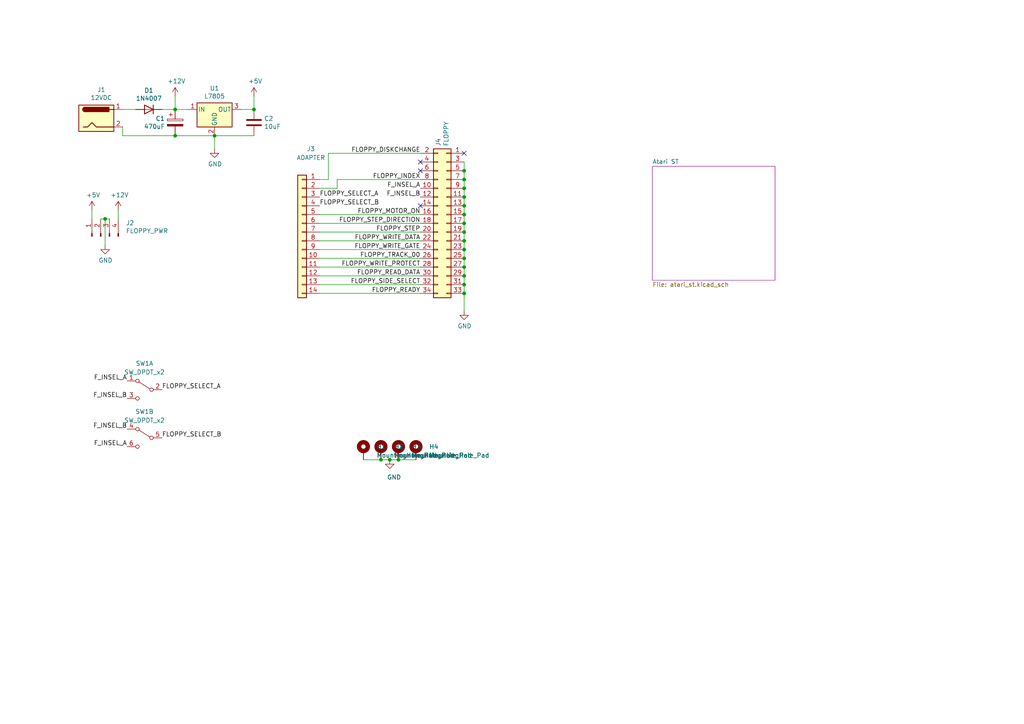
<source format=kicad_sch>
(kicad_sch (version 20201015) (generator eeschema)
  (paper "A4")
  (lib_symbols
    (symbol "Connector:Conn_01x04_Male" (pin_names (offset 1.016) hide)
      (property "Reference" "J" (at 0 5.08 0))
      (property "Value" "Conn_01x04_Male" (at 0 -7.62 0))
      (symbol "Conn_01x04_Male_1_1"
        (rectangle (start 0.8636 -4.953) (end 0 -5.207) (stroke (width 0.1524)) (fill (type outline)))
        (rectangle (start 0.8636 -2.413) (end 0 -2.667) (stroke (width 0.1524)) (fill (type outline)))
        (rectangle (start 0.8636 0.127) (end 0 -0.127) (stroke (width 0.1524)) (fill (type outline)))
        (rectangle (start 0.8636 2.667) (end 0 2.413) (stroke (width 0.1524)) (fill (type outline)))
        (polyline (pts (xy 1.27 -5.08) (xy 0.8636 -5.08)) (stroke (width 0.1524)))
        (polyline (pts (xy 1.27 -2.54) (xy 0.8636 -2.54)) (stroke (width 0.1524)))
        (polyline (pts (xy 1.27 0) (xy 0.8636 0)) (stroke (width 0.1524)))
        (polyline (pts (xy 1.27 2.54) (xy 0.8636 2.54)) (stroke (width 0.1524)))
        (pin passive line (at 5.08 2.54 180) (length 3.81) (name "Pin_1") (number "1"))
        (pin passive line (at 5.08 0 180) (length 3.81) (name "Pin_2") (number "2"))
        (pin passive line (at 5.08 -2.54 180) (length 3.81) (name "Pin_3") (number "3"))
        (pin passive line (at 5.08 -5.08 180) (length 3.81) (name "Pin_4") (number "4"))
      )
    )
    (symbol "Connector:Jack-DC" (pin_names (offset 1.016))
      (property "Reference" "J" (at 0 5.334 0))
      (property "Value" "Jack-DC" (at 0 -5.08 0))
      (symbol "Jack-DC_0_1"
        (arc (start -3.302 3.175) (end -3.302 1.905) (radius (at -3.302 2.54) (length 0.635) (angles 90.1 -90.1)) (stroke (width 0.254)) (fill (type outline)))
        (arc (start -3.302 3.175) (end -3.302 1.905) (radius (at -3.302 2.54) (length 0.635) (angles 90.1 -90.1)) (stroke (width 0.254)))
        (rectangle (start -5.08 3.81) (end 5.08 -3.81) (stroke (width 0.254)) (fill (type background)))
        (rectangle (start 3.683 3.175) (end -3.302 1.905) (stroke (width 0.254)) (fill (type outline)))
        (polyline (pts (xy 5.08 2.54) (xy 3.81 2.54)) (stroke (width 0.254)))
        (polyline (pts (xy -3.81 -2.54) (xy -2.54 -2.54) (xy -1.27 -1.27) (xy 0 -2.54) (xy 2.54 -2.54) (xy 5.08 -2.54)) (stroke (width 0.254)))
      )
      (symbol "Jack-DC_1_1"
        (pin passive line (at 7.62 2.54 180) (length 2.54) (name "~") (number "1"))
        (pin passive line (at 7.62 -2.54 180) (length 2.54) (name "~") (number "2"))
      )
    )
    (symbol "Connector_Generic:Conn_01x14" (pin_names (offset 1.016) hide)
      (property "Reference" "J" (at 0 17.78 0))
      (property "Value" "Conn_01x14" (at 0 -20.32 0))
      (symbol "Conn_01x14_1_1"
        (rectangle (start -1.27 -4.953) (end 0 -5.207) (stroke (width 0.1524)))
        (rectangle (start -1.27 -7.493) (end 0 -7.747) (stroke (width 0.1524)))
        (rectangle (start -1.27 -10.033) (end 0 -10.287) (stroke (width 0.1524)))
        (rectangle (start -1.27 -12.573) (end 0 -12.827) (stroke (width 0.1524)))
        (rectangle (start -1.27 -15.113) (end 0 -15.367) (stroke (width 0.1524)))
        (rectangle (start -1.27 -17.653) (end 0 -17.907) (stroke (width 0.1524)))
        (rectangle (start -1.27 -2.413) (end 0 -2.667) (stroke (width 0.1524)))
        (rectangle (start -1.27 2.667) (end 0 2.413) (stroke (width 0.1524)))
        (rectangle (start -1.27 5.207) (end 0 4.953) (stroke (width 0.1524)))
        (rectangle (start -1.27 7.747) (end 0 7.493) (stroke (width 0.1524)))
        (rectangle (start -1.27 10.287) (end 0 10.033) (stroke (width 0.1524)))
        (rectangle (start -1.27 0.127) (end 0 -0.127) (stroke (width 0.1524)))
        (rectangle (start -1.27 12.827) (end 0 12.573) (stroke (width 0.1524)))
        (rectangle (start -1.27 15.367) (end 0 15.113) (stroke (width 0.1524)))
        (rectangle (start -1.27 16.51) (end 1.27 -19.05) (stroke (width 0.254)) (fill (type background)))
        (pin passive line (at -5.08 15.24 0) (length 3.81) (name "Pin_1") (number "1"))
        (pin passive line (at -5.08 -7.62 0) (length 3.81) (name "Pin_10") (number "10"))
        (pin passive line (at -5.08 -10.16 0) (length 3.81) (name "Pin_11") (number "11"))
        (pin passive line (at -5.08 -12.7 0) (length 3.81) (name "Pin_12") (number "12"))
        (pin passive line (at -5.08 -15.24 0) (length 3.81) (name "Pin_13") (number "13"))
        (pin passive line (at -5.08 -17.78 0) (length 3.81) (name "Pin_14") (number "14"))
        (pin passive line (at -5.08 12.7 0) (length 3.81) (name "Pin_2") (number "2"))
        (pin passive line (at -5.08 10.16 0) (length 3.81) (name "Pin_3") (number "3"))
        (pin passive line (at -5.08 7.62 0) (length 3.81) (name "Pin_4") (number "4"))
        (pin passive line (at -5.08 5.08 0) (length 3.81) (name "Pin_5") (number "5"))
        (pin passive line (at -5.08 2.54 0) (length 3.81) (name "Pin_6") (number "6"))
        (pin passive line (at -5.08 0 0) (length 3.81) (name "Pin_7") (number "7"))
        (pin passive line (at -5.08 -2.54 0) (length 3.81) (name "Pin_8") (number "8"))
        (pin passive line (at -5.08 -5.08 0) (length 3.81) (name "Pin_9") (number "9"))
      )
    )
    (symbol "Connector_Generic:Conn_02x17_Odd_Even" (pin_names (offset 1.016) hide)
      (property "Reference" "J" (at 1.27 22.86 0))
      (property "Value" "Conn_02x17_Odd_Even" (at 1.27 -22.86 0))
      (symbol "Conn_02x17_Odd_Even_1_1"
        (rectangle (start -1.27 -4.953) (end 0 -5.207) (stroke (width 0.1524)))
        (rectangle (start -1.27 -7.493) (end 0 -7.747) (stroke (width 0.1524)))
        (rectangle (start -1.27 -10.033) (end 0 -10.287) (stroke (width 0.1524)))
        (rectangle (start -1.27 -12.573) (end 0 -12.827) (stroke (width 0.1524)))
        (rectangle (start -1.27 -15.113) (end 0 -15.367) (stroke (width 0.1524)))
        (rectangle (start -1.27 -17.653) (end 0 -17.907) (stroke (width 0.1524)))
        (rectangle (start -1.27 -20.193) (end 0 -20.447) (stroke (width 0.1524)))
        (rectangle (start -1.27 -2.413) (end 0 -2.667) (stroke (width 0.1524)))
        (rectangle (start -1.27 2.667) (end 0 2.413) (stroke (width 0.1524)))
        (rectangle (start -1.27 5.207) (end 0 4.953) (stroke (width 0.1524)))
        (rectangle (start -1.27 7.747) (end 0 7.493) (stroke (width 0.1524)))
        (rectangle (start -1.27 10.287) (end 0 10.033) (stroke (width 0.1524)))
        (rectangle (start -1.27 0.127) (end 0 -0.127) (stroke (width 0.1524)))
        (rectangle (start -1.27 12.827) (end 0 12.573) (stroke (width 0.1524)))
        (rectangle (start -1.27 15.367) (end 0 15.113) (stroke (width 0.1524)))
        (rectangle (start -1.27 17.907) (end 0 17.653) (stroke (width 0.1524)))
        (rectangle (start -1.27 20.447) (end 0 20.193) (stroke (width 0.1524)))
        (rectangle (start -1.27 21.59) (end 3.81 -21.59) (stroke (width 0.254)) (fill (type background)))
        (rectangle (start 3.81 -4.953) (end 2.54 -5.207) (stroke (width 0.1524)))
        (rectangle (start 3.81 -7.493) (end 2.54 -7.747) (stroke (width 0.1524)))
        (rectangle (start 3.81 -10.033) (end 2.54 -10.287) (stroke (width 0.1524)))
        (rectangle (start 3.81 -12.573) (end 2.54 -12.827) (stroke (width 0.1524)))
        (rectangle (start 3.81 -15.113) (end 2.54 -15.367) (stroke (width 0.1524)))
        (rectangle (start 3.81 -17.653) (end 2.54 -17.907) (stroke (width 0.1524)))
        (rectangle (start 3.81 -20.193) (end 2.54 -20.447) (stroke (width 0.1524)))
        (rectangle (start 3.81 -2.413) (end 2.54 -2.667) (stroke (width 0.1524)))
        (rectangle (start 3.81 2.667) (end 2.54 2.413) (stroke (width 0.1524)))
        (rectangle (start 3.81 5.207) (end 2.54 4.953) (stroke (width 0.1524)))
        (rectangle (start 3.81 7.747) (end 2.54 7.493) (stroke (width 0.1524)))
        (rectangle (start 3.81 10.287) (end 2.54 10.033) (stroke (width 0.1524)))
        (rectangle (start 3.81 0.127) (end 2.54 -0.127) (stroke (width 0.1524)))
        (rectangle (start 3.81 12.827) (end 2.54 12.573) (stroke (width 0.1524)))
        (rectangle (start 3.81 15.367) (end 2.54 15.113) (stroke (width 0.1524)))
        (rectangle (start 3.81 17.907) (end 2.54 17.653) (stroke (width 0.1524)))
        (rectangle (start 3.81 20.447) (end 2.54 20.193) (stroke (width 0.1524)))
        (pin passive line (at -5.08 20.32 0) (length 3.81) (name "Pin_1") (number "1"))
        (pin passive line (at 7.62 10.16 180) (length 3.81) (name "Pin_10") (number "10"))
        (pin passive line (at -5.08 7.62 0) (length 3.81) (name "Pin_11") (number "11"))
        (pin passive line (at 7.62 7.62 180) (length 3.81) (name "Pin_12") (number "12"))
        (pin passive line (at -5.08 5.08 0) (length 3.81) (name "Pin_13") (number "13"))
        (pin passive line (at 7.62 5.08 180) (length 3.81) (name "Pin_14") (number "14"))
        (pin passive line (at -5.08 2.54 0) (length 3.81) (name "Pin_15") (number "15"))
        (pin passive line (at 7.62 2.54 180) (length 3.81) (name "Pin_16") (number "16"))
        (pin passive line (at -5.08 0 0) (length 3.81) (name "Pin_17") (number "17"))
        (pin passive line (at 7.62 0 180) (length 3.81) (name "Pin_18") (number "18"))
        (pin passive line (at -5.08 -2.54 0) (length 3.81) (name "Pin_19") (number "19"))
        (pin passive line (at 7.62 20.32 180) (length 3.81) (name "Pin_2") (number "2"))
        (pin passive line (at 7.62 -2.54 180) (length 3.81) (name "Pin_20") (number "20"))
        (pin passive line (at -5.08 -5.08 0) (length 3.81) (name "Pin_21") (number "21"))
        (pin passive line (at 7.62 -5.08 180) (length 3.81) (name "Pin_22") (number "22"))
        (pin passive line (at -5.08 -7.62 0) (length 3.81) (name "Pin_23") (number "23"))
        (pin passive line (at 7.62 -7.62 180) (length 3.81) (name "Pin_24") (number "24"))
        (pin passive line (at -5.08 -10.16 0) (length 3.81) (name "Pin_25") (number "25"))
        (pin passive line (at 7.62 -10.16 180) (length 3.81) (name "Pin_26") (number "26"))
        (pin passive line (at -5.08 -12.7 0) (length 3.81) (name "Pin_27") (number "27"))
        (pin passive line (at 7.62 -12.7 180) (length 3.81) (name "Pin_28") (number "28"))
        (pin passive line (at -5.08 -15.24 0) (length 3.81) (name "Pin_29") (number "29"))
        (pin passive line (at -5.08 17.78 0) (length 3.81) (name "Pin_3") (number "3"))
        (pin passive line (at 7.62 -15.24 180) (length 3.81) (name "Pin_30") (number "30"))
        (pin passive line (at -5.08 -17.78 0) (length 3.81) (name "Pin_31") (number "31"))
        (pin passive line (at 7.62 -17.78 180) (length 3.81) (name "Pin_32") (number "32"))
        (pin passive line (at -5.08 -20.32 0) (length 3.81) (name "Pin_33") (number "33"))
        (pin passive line (at 7.62 -20.32 180) (length 3.81) (name "Pin_34") (number "34"))
        (pin passive line (at 7.62 17.78 180) (length 3.81) (name "Pin_4") (number "4"))
        (pin passive line (at -5.08 15.24 0) (length 3.81) (name "Pin_5") (number "5"))
        (pin passive line (at 7.62 15.24 180) (length 3.81) (name "Pin_6") (number "6"))
        (pin passive line (at -5.08 12.7 0) (length 3.81) (name "Pin_7") (number "7"))
        (pin passive line (at 7.62 12.7 180) (length 3.81) (name "Pin_8") (number "8"))
        (pin passive line (at -5.08 10.16 0) (length 3.81) (name "Pin_9") (number "9"))
      )
    )
    (symbol "Device:C" (pin_numbers hide) (pin_names (offset 0.254))
      (property "Reference" "C" (at 0.635 2.54 0))
      (property "Value" "C" (at 0.635 -2.54 0))
      (symbol "C_0_1"
        (polyline (pts (xy -2.032 -0.762) (xy 2.032 -0.762)) (stroke (width 0.508)))
        (polyline (pts (xy -2.032 0.762) (xy 2.032 0.762)) (stroke (width 0.508)))
      )
      (symbol "C_1_1"
        (pin passive line (at 0 3.81 270) (length 2.794) (name "~") (number "1"))
        (pin passive line (at 0 -3.81 90) (length 2.794) (name "~") (number "2"))
      )
    )
    (symbol "Device:C_Polarized" (pin_numbers hide) (pin_names (offset 0.254))
      (property "Reference" "C" (at 0.635 2.54 0))
      (property "Value" "C_Polarized" (at 0.635 -2.54 0))
      (symbol "C_Polarized_0_1"
        (rectangle (start -2.286 0.508) (end 2.286 1.016))
        (rectangle (start 2.286 -0.508) (end -2.286 -1.016) (fill (type outline)))
        (polyline (pts (xy -1.778 2.286) (xy -0.762 2.286)))
        (polyline (pts (xy -1.27 2.794) (xy -1.27 1.778)))
      )
      (symbol "C_Polarized_1_1"
        (pin passive line (at 0 3.81 270) (length 2.794) (name "~") (number "1"))
        (pin passive line (at 0 -3.81 90) (length 2.794) (name "~") (number "2"))
      )
    )
    (symbol "Device:D" (pin_numbers hide) (pin_names (offset 1.016) hide)
      (property "Reference" "D" (at 0 2.54 0))
      (property "Value" "D" (at 0 -2.54 0))
      (symbol "D_0_1"
        (polyline (pts (xy -1.27 1.27) (xy -1.27 -1.27)) (stroke (width 0.254)))
        (polyline (pts (xy 1.27 0) (xy -1.27 0)))
        (polyline (pts (xy 1.27 1.27) (xy 1.27 -1.27) (xy -1.27 0) (xy 1.27 1.27)) (stroke (width 0.254)))
      )
      (symbol "D_1_1"
        (pin passive line (at -3.81 0 0) (length 2.54) (name "K") (number "1"))
        (pin passive line (at 3.81 0 180) (length 2.54) (name "A") (number "2"))
      )
    )
    (symbol "Mechanical:MountingHole_Pad" (pin_numbers hide) (pin_names (offset 1.016) hide)
      (property "Reference" "H" (at 0 6.35 0))
      (property "Value" "MountingHole_Pad" (at 0 4.445 0))
      (symbol "MountingHole_Pad_0_1"
        (circle (center 0 1.27) (radius 1.27) (stroke (width 1.27)))
      )
      (symbol "MountingHole_Pad_1_1"
        (pin input line (at 0 -2.54 90) (length 2.54) (name "1") (number "1"))
      )
    )
    (symbol "Regulator_Linear:L7812" (pin_names (offset 0.254))
      (property "Reference" "U" (at -3.81 3.175 0))
      (property "Value" "L7812" (at 0 3.175 0))
      (symbol "L7812_0_1"
        (rectangle (start -5.08 1.905) (end 5.08 -5.08) (stroke (width 0.254)) (fill (type background)))
      )
      (symbol "L7812_1_1"
        (pin power_in line (at -7.62 0 0) (length 2.54) (name "IN") (number "1"))
        (pin power_in line (at 0 -7.62 90) (length 2.54) (name "GND") (number "2"))
        (pin power_out line (at 7.62 0 180) (length 2.54) (name "OUT") (number "3"))
      )
    )
    (symbol "Switch:SW_DPDT_x2" (pin_names (offset 0) hide)
      (property "Reference" "SW" (at 0 4.318 0))
      (property "Value" "SW_DPDT_x2" (at 0 -5.08 0))
      (symbol "SW_DPDT_x2_0_0"
        (circle (center -2.032 0) (radius 0.508))
        (circle (center 2.032 -2.54) (radius 0.508))
      )
      (symbol "SW_DPDT_x2_0_1"
        (circle (center 2.032 2.54) (radius 0.508))
        (polyline (pts (xy -1.524 0.254) (xy 1.651 2.286)))
      )
      (symbol "SW_DPDT_x2_1_1"
        (pin passive line (at 5.08 2.54 180) (length 2.54) (name "A") (number "1"))
        (pin passive line (at -5.08 0 0) (length 2.54) (name "B") (number "2"))
        (pin passive line (at 5.08 -2.54 180) (length 2.54) (name "C") (number "3"))
      )
      (symbol "SW_DPDT_x2_2_1"
        (pin passive line (at 5.08 2.54 180) (length 2.54) (name "A") (number "4"))
        (pin passive line (at -5.08 0 0) (length 2.54) (name "B") (number "5"))
        (pin passive line (at 5.08 -2.54 180) (length 2.54) (name "C") (number "6"))
      )
    )
    (symbol "power:+12V" (power) (pin_names (offset 0))
      (property "Value" "+12V" (at 0 3.556 0))
      (symbol "+12V_0_1"
        (polyline (pts (xy -0.762 1.27) (xy 0 2.54)))
        (polyline (pts (xy 0 0) (xy 0 2.54)))
        (polyline (pts (xy 0 2.54) (xy 0.762 1.27)))
      )
      (symbol "+12V_1_1"
        (pin power_in line (at 0 0 90) (length 0) hide (name "+12V") (number "1"))
      )
    )
    (symbol "power:+5V" (power) (pin_names (offset 0))
      (property "Value" "+5V" (at 0 3.556 0))
      (symbol "+5V_0_1"
        (polyline (pts (xy -0.762 1.27) (xy 0 2.54)))
        (polyline (pts (xy 0 0) (xy 0 2.54)))
        (polyline (pts (xy 0 2.54) (xy 0.762 1.27)))
      )
      (symbol "+5V_1_1"
        (pin power_in line (at 0 0 90) (length 0) hide (name "+5V") (number "1"))
      )
    )
    (symbol "power:GND" (power) (pin_names (offset 0))
      (property "Value" "GND" (at 0 -3.81 0))
      (symbol "GND_0_1"
        (polyline (pts (xy 0 0) (xy 0 -1.27) (xy 1.27 -1.27) (xy 0 -2.54) (xy -1.27 -1.27) (xy 0 -1.27)))
      )
      (symbol "GND_1_1"
        (pin power_in line (at 0 0 270) (length 0) hide (name "GND") (number "1"))
      )
    )
  )
  (junction (at 30.48 63.5) (diameter 0.9144))
  (junction (at 50.8 31.75) (diameter 0.9144))
  (junction (at 50.8 39.37) (diameter 0.9144))
  (junction (at 62.23 39.37) (diameter 0.9144))
  (junction (at 73.66 31.75) (diameter 0.9144))
  (junction (at 110.49 133.35) (diameter 0.9144))
  (junction (at 113.03 133.35) (diameter 0.9144))
  (junction (at 115.57 133.35) (diameter 0.9144))
  (junction (at 134.62 49.53) (diameter 0.9144))
  (junction (at 134.62 52.07) (diameter 0.9144))
  (junction (at 134.62 54.61) (diameter 0.9144))
  (junction (at 134.62 57.15) (diameter 0.9144))
  (junction (at 134.62 59.69) (diameter 0.9144))
  (junction (at 134.62 62.23) (diameter 0.9144))
  (junction (at 134.62 64.77) (diameter 0.9144))
  (junction (at 134.62 67.31) (diameter 0.9144))
  (junction (at 134.62 69.85) (diameter 0.9144))
  (junction (at 134.62 72.39) (diameter 0.9144))
  (junction (at 134.62 74.93) (diameter 0.9144))
  (junction (at 134.62 77.47) (diameter 0.9144))
  (junction (at 134.62 80.01) (diameter 0.9144))
  (junction (at 134.62 82.55) (diameter 0.9144))
  (junction (at 134.62 85.09) (diameter 0.9144))
  (no_connect (at 121.92 46.99))
  (no_connect (at 121.92 49.53))
  (no_connect (at 121.92 59.69))
  (no_connect (at 134.62 44.45))
  (wire (pts (xy 26.67 63.5) (xy 26.67 60.96)))
  (wire (pts (xy 30.48 63.5) (xy 29.21 63.5)))
  (wire (pts (xy 30.48 63.5) (xy 30.48 71.12)))
  (wire (pts (xy 31.75 63.5) (xy 30.48 63.5)))
  (wire (pts (xy 34.29 63.5) (xy 34.29 60.96)))
  (wire (pts (xy 35.56 31.75) (xy 39.37 31.75)))
  (wire (pts (xy 35.56 39.37) (xy 35.56 36.83)))
  (wire (pts (xy 35.56 39.37) (xy 50.8 39.37)))
  (wire (pts (xy 46.99 31.75) (xy 50.8 31.75)))
  (wire (pts (xy 50.8 31.75) (xy 50.8 27.94)))
  (wire (pts (xy 50.8 31.75) (xy 54.61 31.75)))
  (wire (pts (xy 50.8 39.37) (xy 62.23 39.37)))
  (wire (pts (xy 62.23 39.37) (xy 62.23 43.18)))
  (wire (pts (xy 73.66 27.94) (xy 73.66 31.75)))
  (wire (pts (xy 73.66 31.75) (xy 69.85 31.75)))
  (wire (pts (xy 73.66 39.37) (xy 62.23 39.37)))
  (wire (pts (xy 92.71 69.85) (xy 121.92 69.85)))
  (wire (pts (xy 92.71 74.93) (xy 121.92 74.93)))
  (wire (pts (xy 92.71 80.01) (xy 121.92 80.01)))
  (wire (pts (xy 95.25 44.45) (xy 95.25 52.07)))
  (wire (pts (xy 95.25 52.07) (xy 92.71 52.07)))
  (wire (pts (xy 97.79 52.07) (xy 97.79 54.61)))
  (wire (pts (xy 97.79 54.61) (xy 92.71 54.61)))
  (wire (pts (xy 105.41 133.35) (xy 110.49 133.35)))
  (wire (pts (xy 110.49 133.35) (xy 113.03 133.35)))
  (wire (pts (xy 113.03 133.35) (xy 115.57 133.35)))
  (wire (pts (xy 115.57 133.35) (xy 120.65 133.35)))
  (wire (pts (xy 121.92 44.45) (xy 95.25 44.45)))
  (wire (pts (xy 121.92 52.07) (xy 97.79 52.07)))
  (wire (pts (xy 121.92 62.23) (xy 92.71 62.23)))
  (wire (pts (xy 121.92 64.77) (xy 92.71 64.77)))
  (wire (pts (xy 121.92 67.31) (xy 92.71 67.31)))
  (wire (pts (xy 121.92 72.39) (xy 92.71 72.39)))
  (wire (pts (xy 121.92 77.47) (xy 92.71 77.47)))
  (wire (pts (xy 121.92 82.55) (xy 92.71 82.55)))
  (wire (pts (xy 121.92 85.09) (xy 92.71 85.09)))
  (wire (pts (xy 134.62 49.53) (xy 134.62 46.99)))
  (wire (pts (xy 134.62 52.07) (xy 134.62 49.53)))
  (wire (pts (xy 134.62 54.61) (xy 134.62 52.07)))
  (wire (pts (xy 134.62 57.15) (xy 134.62 54.61)))
  (wire (pts (xy 134.62 59.69) (xy 134.62 57.15)))
  (wire (pts (xy 134.62 62.23) (xy 134.62 59.69)))
  (wire (pts (xy 134.62 64.77) (xy 134.62 62.23)))
  (wire (pts (xy 134.62 67.31) (xy 134.62 64.77)))
  (wire (pts (xy 134.62 69.85) (xy 134.62 67.31)))
  (wire (pts (xy 134.62 72.39) (xy 134.62 69.85)))
  (wire (pts (xy 134.62 74.93) (xy 134.62 72.39)))
  (wire (pts (xy 134.62 77.47) (xy 134.62 74.93)))
  (wire (pts (xy 134.62 80.01) (xy 134.62 77.47)))
  (wire (pts (xy 134.62 82.55) (xy 134.62 80.01)))
  (wire (pts (xy 134.62 85.09) (xy 134.62 82.55)))
  (wire (pts (xy 134.62 90.17) (xy 134.62 85.09)))
  (label "F_INSEL_A" (at 36.83 110.49 180))
  (label "F_INSEL_B" (at 36.83 115.57 180))
  (label "F_INSEL_B" (at 36.83 124.46 180))
  (label "F_INSEL_A" (at 36.83 129.54 180))
  (label "FLOPPY_SELECT_A" (at 46.99 113.03 0))
  (label "FLOPPY_SELECT_B" (at 46.99 127 0))
  (label "FLOPPY_SELECT_A" (at 92.71 57.15 0))
  (label "FLOPPY_SELECT_B" (at 92.71 59.69 0))
  (label "FLOPPY_DISKCHANGE" (at 121.92 44.45 180))
  (label "FLOPPY_INDEX" (at 121.92 52.07 180))
  (label "F_INSEL_A" (at 121.92 54.61 180))
  (label "F_INSEL_B" (at 121.92 57.15 180))
  (label "FLOPPY_MOTOR_ON" (at 121.92 62.23 180))
  (label "FLOPPY_STEP_DIRECTION" (at 121.92 64.77 180))
  (label "FLOPPY_STEP" (at 121.92 67.31 180))
  (label "FLOPPY_WRITE_DATA" (at 121.92 69.85 180))
  (label "FLOPPY_WRITE_GATE" (at 121.92 72.39 180))
  (label "FLOPPY_TRACK_00" (at 121.92 74.93 180))
  (label "FLOPPY_WRITE_PROTECT" (at 121.92 77.47 180))
  (label "FLOPPY_READ_DATA" (at 121.92 80.01 180))
  (label "FLOPPY_SIDE_SELECT" (at 121.92 82.55 180))
  (label "FLOPPY_READY" (at 121.92 85.09 180))
  (symbol (lib_id "power:+5V") (at 26.67 60.96 0) (unit 1)
    (property "Reference" "#PWR01" (effects hide))
    (property "Value" "+5V" (at 27.051 56.5658 0))
  )
  (symbol (lib_id "power:+12V") (at 34.29 60.96 0) (unit 1)
    (property "Reference" "#PWR03" (effects hide))
    (property "Value" "+12V" (at 34.671 56.5658 0))
  )
  (symbol (lib_id "power:+12V") (at 50.8 27.94 0) (unit 1)
    (property "Reference" "#PWR04" (effects hide))
    (property "Value" "+12V" (at 51.181 23.5458 0))
  )
  (symbol (lib_id "power:+5V") (at 73.66 27.94 0) (unit 1)
    (property "Reference" "#PWR06" (effects hide))
    (property "Value" "+5V" (at 74.041 23.5458 0))
  )
  (symbol (lib_id "power:GND") (at 30.48 71.12 0) (unit 1)
    (property "Reference" "#PWR02" (effects hide))
    (property "Value" "GND" (at 30.607 75.5142 0))
  )
  (symbol (lib_id "power:GND") (at 62.23 43.18 0) (unit 1)
    (property "Reference" "#PWR05" (effects hide))
    (property "Value" "GND" (at 62.357 47.5742 0))
  )
  (symbol (lib_id "power:GND") (at 113.03 133.35 0) (unit 1)
    (property "Reference" "#PWR0104" (effects hide))
    (property "Value" "GND" (at 114.3 138.43 0))
  )
  (symbol (lib_id "power:GND") (at 134.62 90.17 0) (unit 1)
    (property "Reference" "#PWR07" (effects hide))
    (property "Value" "GND" (at 134.747 94.5642 0))
  )
  (symbol (lib_id "Mechanical:MountingHole_Pad") (at 105.41 130.81 0) (unit 1)
    (property "Reference" "H1" (at 109.22 129.54 0) (effects (justify left)))
    (property "Value" "MountingHole_Pad" (at 109.22 132.08 0) (effects (justify left)))
    (property "Footprint" "MountingHole:MountingHole_3.2mm_M3_DIN965_Pad_TopBottom" (effects hide))
  )
  (symbol (lib_id "Mechanical:MountingHole_Pad") (at 110.49 130.81 0) (unit 1)
    (property "Reference" "H2" (at 114.3 129.54 0) (effects (justify left)))
    (property "Value" "MountingHole_Pad" (at 114.3 132.08 0) (effects (justify left)))
    (property "Footprint" "MountingHole:MountingHole_3.2mm_M3_DIN965_Pad_TopBottom" (effects hide))
  )
  (symbol (lib_id "Mechanical:MountingHole_Pad") (at 115.57 130.81 0) (unit 1)
    (property "Reference" "H3" (at 119.38 129.54 0) (effects (justify left)))
    (property "Value" "MountingHole_Pad" (at 119.38 132.08 0) (effects (justify left)))
    (property "Footprint" "MountingHole:MountingHole_3.2mm_M3_DIN965_Pad_TopBottom" (effects hide))
  )
  (symbol (lib_id "Mechanical:MountingHole_Pad") (at 120.65 130.81 0) (unit 1)
    (property "Reference" "H4" (at 124.46 129.54 0) (effects (justify left)))
    (property "Value" "MountingHole_Pad" (at 124.46 132.08 0) (effects (justify left)))
    (property "Footprint" "MountingHole:MountingHole_3.2mm_M3_DIN965_Pad_TopBottom" (effects hide))
  )
  (symbol (lib_id "Device:D") (at 43.18 31.75 180) (unit 1)
    (property "Reference" "D1" (at 43.18 26.2382 0))
    (property "Value" "1N4007" (at 43.18 28.5496 0))
    (property "Footprint" "Diode_THT:D_DO-41_SOD81_P7.62mm_Horizontal" (effects hide))
  )
  (symbol (lib_id "Device:C_Polarized") (at 50.8 35.56 0) (unit 1)
    (property "Reference" "C1" (at 47.8282 34.3916 0) (effects (justify right)))
    (property "Value" "470uF" (at 47.8282 36.703 0) (effects (justify right)))
    (property "Footprint" "Capacitor_THT:C_Radial_D10.0mm_H12.5mm_P5.00mm" (effects hide))
  )
  (symbol (lib_id "Device:C") (at 73.66 35.56 0) (unit 1)
    (property "Reference" "C2" (at 76.581 34.3916 0) (effects (justify left)))
    (property "Value" "10uF" (at 76.581 36.703 0) (effects (justify left)))
    (property "Footprint" "Capacitor_THT:C_Disc_D10.0mm_W2.5mm_P5.00mm" (effects hide))
  )
  (symbol (lib_id "Connector:Conn_01x04_Male") (at 29.21 68.58 90) (unit 1)
    (property "Reference" "J2" (at 36.5252 64.6684 90) (effects (justify right)))
    (property "Value" "FLOPPY_PWR" (at 36.5252 66.9798 90) (effects (justify right)))
    (property "Footprint" "Connector_Molex:Molex_KK-254_AE-6410-04A_1x04_P2.54mm_Vertical" (effects hide))
  )
  (symbol (lib_id "Switch:SW_DPDT_x2") (at 41.91 113.03 0) (mirror y) (unit 1)
    (property "Reference" "SW1" (at 41.91 105.41 0))
    (property "Value" "SW_DPDT_x2" (at 41.91 107.95 0))
    (property "Footprint" "Button_Switch_THT:SW_CuK_JS202011AQN_DPDT_Angled" (effects hide))
  )
  (symbol (lib_id "Switch:SW_DPDT_x2") (at 41.91 127 0) (mirror y) (unit 2)
    (property "Reference" "SW1" (at 41.91 119.38 0))
    (property "Value" "SW_DPDT_x2" (at 41.91 121.92 0))
    (property "Footprint" "Button_Switch_THT:SW_CuK_JS202011AQN_DPDT_Angled" (effects hide))
  )
  (symbol (lib_id "Connector:Jack-DC") (at 27.94 34.29 0) (unit 1)
    (property "Reference" "J1" (at 29.3878 26.035 0))
    (property "Value" "12VDC" (at 29.3878 28.3464 0))
    (property "Footprint" "Connector_BarrelJack:BarrelJack_Horizontal" (effects hide))
  )
  (symbol (lib_id "Regulator_Linear:L7812") (at 62.23 31.75 0) (unit 1)
    (property "Reference" "U1" (at 62.23 25.6032 0))
    (property "Value" "L7805" (at 62.23 27.9146 0))
    (property "Footprint" "Package_TO_SOT_THT:TO-220-3_Horizontal_TabDown" (effects hide))
    (property "Datasheet" "http://www.st.com/content/ccc/resource/technical/document/datasheet/41/4f/b3/b0/12/d4/47/88/CD00000444.pdf/files/CD00000444.pdf/jcr:content/translations/en.CD00000444.pdf" (effects hide))
  )
  (symbol (lib_id "Connector_Generic:Conn_01x14") (at 87.63 67.31 0) (mirror y) (unit 1)
    (property "Reference" "J3" (at 90.17 43.18 0))
    (property "Value" "ADAPTER" (at 90.17 45.72 0))
    (property "Footprint" "Connector_IDC:IDC-Header_2x07_P2.54mm_Horizontal" (effects hide))
  )
  (symbol (lib_id "Connector_Generic:Conn_02x17_Odd_Even") (at 129.54 64.77 0) (mirror y) (unit 1)
    (property "Reference" "J4" (at 127.1016 42.4434 90) (effects (justify left)))
    (property "Value" "FLOPPY" (at 129.413 42.4434 90) (effects (justify left)))
    (property "Footprint" "Connector_IDC:IDC-Header_2x17_P2.54mm_Vertical" (effects hide))
  )
  (sheet (at 189.23 48.26) (size 35.56 33.02) (stroke (width 0.001) (color 132 0 132 1)) (fill (color 255 255 255 0.0000))
    (property "Sheet name" "Atari ST" (at 189.23 47.6241 0) (effects (justify left bottom)))
    (property "Sheet file" "atari_st.kicad_sch" (at 189.23 81.7889 0) (effects (justify left top)))
  )
)
</source>
